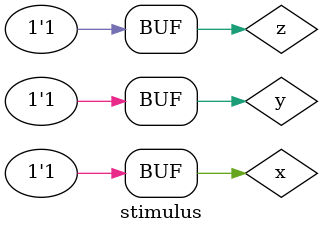
<source format=v>
`timescale 1ns / 1ps
module stimulus;
	// Inputs
	reg x;
	reg y;
	reg z;
	// Outputs
	wire r;
	// Instantiate the Unit Under Test (UUT)
	and_gate uut (
		x, 
		y,
		z,
		r
	);
 
	initial begin
	$dumpfile("test.vcd");
    $dumpvars(0,stimulus);
		// Initialize Inputs
		x = 0;
		y = 0;
		z = 0;
 
	#10 x = 1;

	#20 y = 1;

	#30 z = 0;

	#40 x = 1;

	#50 z = 1;
 
	end  
 
		initial begin
		 $monitor("t=%3d x=%d,y=%d,z=%d,r=%d \n",$time,x,y,z,r);
		 end
 
endmodule
 
 

</source>
